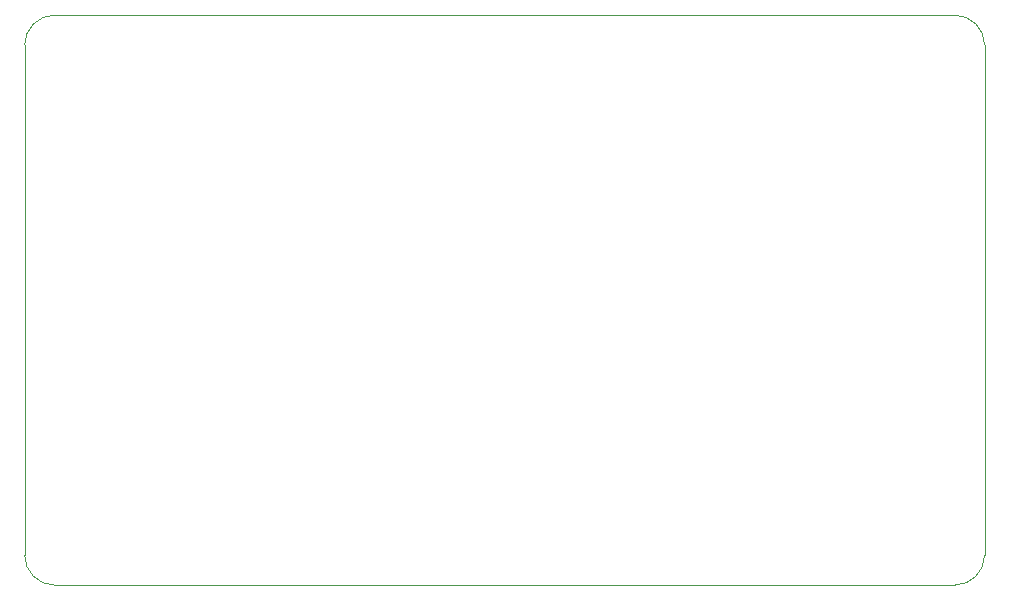
<source format=gbr>
%TF.GenerationSoftware,KiCad,Pcbnew,(6.0.2)*%
%TF.CreationDate,2022-12-08T13:34:26-05:00*%
%TF.ProjectId,Primary,5072696d-6172-4792-9e6b-696361645f70,rev?*%
%TF.SameCoordinates,Original*%
%TF.FileFunction,Profile,NP*%
%FSLAX46Y46*%
G04 Gerber Fmt 4.6, Leading zero omitted, Abs format (unit mm)*
G04 Created by KiCad (PCBNEW (6.0.2)) date 2022-12-08 13:34:26*
%MOMM*%
%LPD*%
G01*
G04 APERTURE LIST*
%TA.AperFunction,Profile*%
%ADD10C,0.100000*%
%TD*%
G04 APERTURE END LIST*
D10*
X93980000Y-83820000D02*
G75*
G03*
X91440000Y-86360000I1J-2540001D01*
G01*
X170180000Y-132080000D02*
X93980000Y-132080000D01*
X170180000Y-132080000D02*
G75*
G03*
X172720000Y-129540000I-1J2540001D01*
G01*
X172720000Y-86360000D02*
G75*
G03*
X170180000Y-83820000I-2540001J-1D01*
G01*
X91440000Y-129540000D02*
G75*
G03*
X93980000Y-132080000I2540001J1D01*
G01*
X172720000Y-86360000D02*
X172720000Y-129540000D01*
X93980000Y-83820000D02*
X170180000Y-83820000D01*
X91440000Y-86360000D02*
X91440000Y-129540000D01*
M02*

</source>
